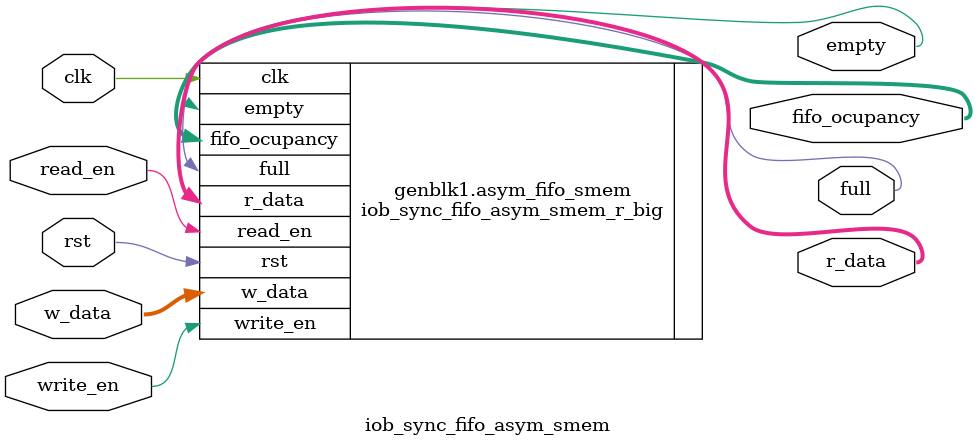
<source format=v>
`timescale 1ns/1ps

/* WARNING: This memory assumes that the write port data width and the
 read port data width are multiples of eachother
 */
module iob_sync_fifo_asym_smem
  #(
    parameter W_DATA_W = 8,
    parameter W_ADDR_W = 7,
    parameter R_ADDR_W = 6,
    parameter R_DATA_W = 16,
    parameter USE_RAM = 1
    )
   (
    input                 rst,
    input                 clk,

    output [31:0]         fifo_ocupancy,


    //read port
    output [R_DATA_W-1:0] r_data,
    output                empty,
    input                 read_en,

    //write port
    input [W_DATA_W-1:0]  w_data,
    output                full,
    input                 write_en
    );

  generate if (W_DATA_W > R_DATA_W)
  begin
    iob_sync_fifo_asym_smem_w_big #(
      .W_DATA_W(W_DATA_W),
      .W_ADDR_W(W_ADDR_W),
      .R_DATA_W(R_DATA_W),
      .R_ADDR_W(R_ADDR_W),
      .USE_RAM(USE_RAM)
    ) asym_fifo_smem (
      .rst            (rst),
      .clk            (clk),
      .fifo_ocupancy  (fifo_ocupancy),
      .r_data         (r_data),
      .empty          (empty),
      .read_en        (read_en),
      .w_data         (w_data),
      .full           (full),
      .write_en         (write_en)
    );
  end
  else
  begin
    iob_sync_fifo_asym_smem_r_big #(
      .W_DATA_W(W_DATA_W),
      .W_ADDR_W(W_ADDR_W),
      .R_DATA_W(R_DATA_W),
      .R_ADDR_W(R_ADDR_W),
      .USE_RAM(USE_RAM)
    ) asym_fifo_smem (
      .rst            (rst),
      .clk            (clk),
      .fifo_ocupancy  (fifo_ocupancy),
      .r_data         (r_data),
      .empty          (empty),
      .read_en        (read_en),
      .w_data         (w_data),
      .full           (full),
      .write_en         (write_en)
    );
  end
  endgenerate
endmodule

</source>
